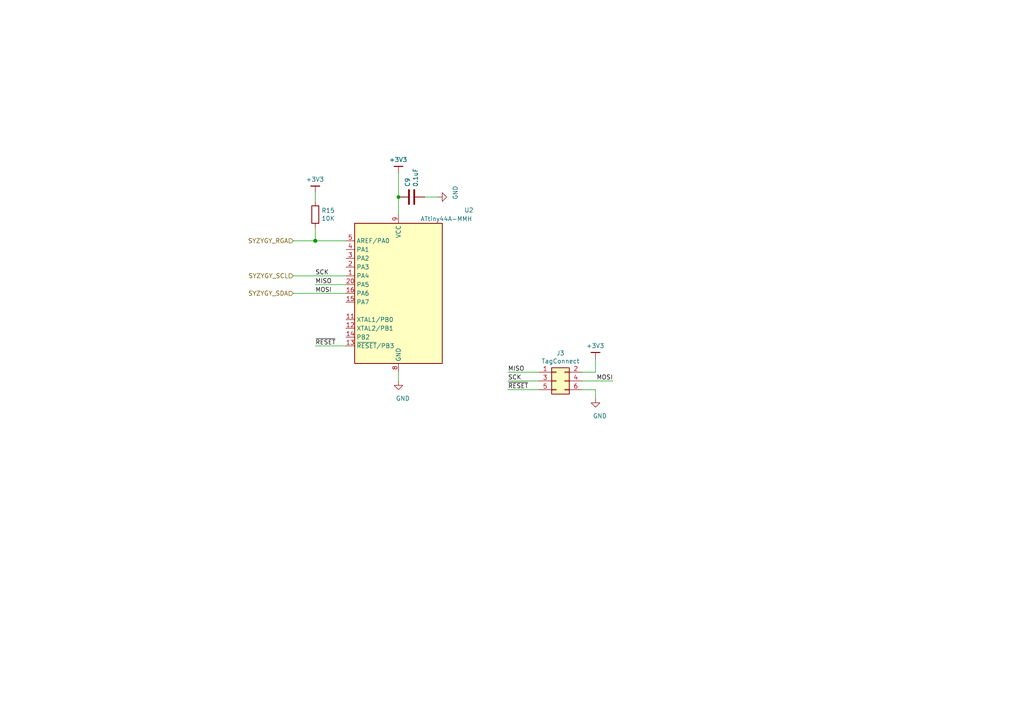
<source format=kicad_sch>
(kicad_sch (version 20230121) (generator eeschema)
  (paper "A4")
  (lib_symbols
    (symbol "Connector_Generic:Conn_02x03_Odd_Even" (pin_names hide)
      (property "Reference" "J" (at 1.27 5.08 0))
      (property "Value" "Conn_02x03_Odd_Even" (at 1.27 -5.08 0))
      (symbol "Conn_02x03_Odd_Even_1_1"
        (rectangle (start -1.27 -2.413) (end 0 -2.667))
        (rectangle (start -1.27 0.127) (end 0 -0.127))
        (rectangle (start -1.27 2.667) (end 0 2.413))
        (rectangle (start -1.27 3.81) (end 3.81 -3.81) (stroke (width 0.254)) (fill (type background)))
        (rectangle (start 3.81 -2.413) (end 2.54 -2.667))
        (rectangle (start 3.81 0.127) (end 2.54 -0.127))
        (rectangle (start 3.81 2.667) (end 2.54 2.413))
        (pin passive line (at -5.08 2.54 0) (length 3.81) (name "Pin_1") (number "1"))
        (pin passive line (at 7.62 2.54 180) (length 3.81) (name "Pin_2") (number "2"))
        (pin passive line (at -5.08 0 0) (length 3.81) (name "Pin_3") (number "3"))
        (pin passive line (at 7.62 0 180) (length 3.81) (name "Pin_4") (number "4"))
        (pin passive line (at -5.08 -2.54 0) (length 3.81) (name "Pin_5") (number "5"))
        (pin passive line (at 7.62 -2.54 180) (length 3.81) (name "Pin_6") (number "6"))
      )
    )
    (symbol "Device:C" (pin_numbers hide) (pin_names (offset 0.254))
      (property "Reference" "C" (at 0.635 2.54 0))
      (property "Value" "C" (at 0.635 -2.54 0))
      (symbol "C_0_1"
        (polyline (pts (xy -2.032 -0.762) (xy 2.032 -0.762)) (stroke (width 0.508)))
        (polyline (pts (xy -2.032 0.762) (xy 2.032 0.762)) (stroke (width 0.508)))
      )
      (symbol "C_1_1"
        (pin passive line (at 0 3.81 270) (length 2.794) (name "~") (number "1"))
        (pin passive line (at 0 -3.81 90) (length 2.794) (name "~") (number "2"))
      )
    )
    (symbol "Device:R" (pin_numbers hide) (pin_names (offset 0))
      (property "Reference" "R" (at 2.032 0 90))
      (property "Value" "R" (at 0 0 90))
      (symbol "R_0_1"
        (rectangle (start -1.016 -2.54) (end 1.016 2.54) (stroke (width 0.254)))
      )
      (symbol "R_1_1"
        (pin passive line (at 0 3.81 270) (length 1.27) (name "~") (number "1"))
        (pin passive line (at 0 -3.81 90) (length 1.27) (name "~") (number "2"))
      )
    )
    (symbol "SyzygyLVDSPod-rescue:ATtiny44A-MMH-MCU_Microchip_ATtiny"
      (property "Reference" "U" (at -12.7 21.59 0))
      (property "Value" "ATtiny44A-MMH-MCU_Microchip_ATtiny" (at 2.54 -21.59 0))
      (symbol "ATtiny44A-MMH-MCU_Microchip_ATtiny_0_1"
        (rectangle (start -12.7 -20.32) (end 12.7 20.32) (stroke (width 0.254)) (fill (type background)))
      )
      (symbol "ATtiny44A-MMH-MCU_Microchip_ATtiny_1_1"
        (pin tri_state line (at 15.24 5.08 180) (length 2.54) (name "PA4") (number "1"))
        (pin no_connect line (at -12.7 -10.16 0) (length 2.54) hide (name "NC") (number "10"))
        (pin tri_state line (at 15.24 -7.62 180) (length 2.54) (name "XTAL1/PB0") (number "11"))
        (pin tri_state line (at 15.24 -10.16 180) (length 2.54) (name "XTAL2/PB1") (number "12"))
        (pin tri_state line (at 15.24 -15.24 180) (length 2.54) (name "~{RESET}/PB3") (number "13"))
        (pin tri_state line (at 15.24 -12.7 180) (length 2.54) (name "PB2") (number "14"))
        (pin tri_state line (at 15.24 -2.54 180) (length 2.54) (name "PA7") (number "15"))
        (pin tri_state line (at 15.24 0 180) (length 2.54) (name "PA6") (number "16"))
        (pin no_connect line (at -12.7 -12.7 0) (length 2.54) hide (name "NC") (number "17"))
        (pin no_connect line (at -12.7 -15.24 0) (length 2.54) hide (name "NC") (number "18"))
        (pin no_connect line (at -12.7 -17.78 0) (length 2.54) hide (name "NC") (number "19"))
        (pin tri_state line (at 15.24 7.62 180) (length 2.54) (name "PA3") (number "2"))
        (pin tri_state line (at 15.24 2.54 180) (length 2.54) (name "PA5") (number "20"))
        (pin passive line (at 0 -22.86 90) (length 2.54) hide (name "GND") (number "21"))
        (pin tri_state line (at 15.24 10.16 180) (length 2.54) (name "PA2") (number "3"))
        (pin tri_state line (at 15.24 12.7 180) (length 2.54) (name "PA1") (number "4"))
        (pin tri_state line (at 15.24 15.24 180) (length 2.54) (name "AREF/PA0") (number "5"))
        (pin no_connect line (at -12.7 -5.08 0) (length 2.54) hide (name "NC") (number "6"))
        (pin no_connect line (at -12.7 -7.62 0) (length 2.54) hide (name "NC") (number "7"))
        (pin power_in line (at 0 -22.86 90) (length 2.54) (name "GND") (number "8"))
        (pin power_in line (at 0 22.86 270) (length 2.54) (name "VCC") (number "9"))
      )
    )
    (symbol "gkl_power:+3V3" (power) (pin_names (offset 0))
      (property "Value" "+3V3" (at 0 3.556 0))
      (symbol "+3V3_0_1"
        (polyline (pts (xy -1.27 1.905) (xy 1.27 1.905)) (stroke (width 0.3048)))
        (polyline (pts (xy 0 0) (xy 0 1.905)))
      )
      (symbol "+3V3_1_1"
        (pin power_in line (at 0 0 90) (length 0) hide (name "+3V3") (number "1"))
      )
    )
    (symbol "power:GND" (power) (pin_names (offset 0))
      (property "Value" "GND" (at 0 -3.81 0))
      (symbol "GND_0_1"
        (polyline (pts (xy 0 0) (xy 0 -1.27) (xy 1.27 -1.27) (xy 0 -2.54) (xy -1.27 -1.27) (xy 0 -1.27)))
      )
      (symbol "GND_1_1"
        (pin power_in line (at 0 0 270) (length 0) hide (name "GND") (number "1"))
      )
    )
  )
  (junction (at 91.44 69.85) (diameter 1.016))
  (junction (at 115.57 57.15))
  (wire (pts (xy 168.91 113.03) (xy 172.72 113.03)))
  (wire (pts (xy 91.44 69.85) (xy 91.44 66.04)))
  (wire (pts (xy 91.44 69.85) (xy 100.33 69.85)))
  (wire (pts (xy 147.32 107.95) (xy 156.21 107.95)))
  (wire (pts (xy 172.72 107.95) (xy 172.72 104.14)))
  (wire (pts (xy 147.32 113.03) (xy 156.21 113.03)))
  (wire (pts (xy 168.91 107.95) (xy 172.72 107.95)))
  (wire (pts (xy 91.44 58.42) (xy 91.44 55.88)))
  (wire (pts (xy 123.19 57.15) (xy 127 57.15)))
  (wire (pts (xy 91.44 100.33) (xy 100.33 100.33)))
  (wire (pts (xy 168.91 110.49) (xy 177.8 110.49)))
  (wire (pts (xy 85.09 80.01) (xy 100.33 80.01)))
  (wire (pts (xy 115.57 50.165) (xy 115.57 57.15)))
  (wire (pts (xy 85.09 69.85) (xy 91.44 69.85)))
  (wire (pts (xy 172.72 115.57) (xy 172.72 113.03)))
  (wire (pts (xy 115.57 57.15) (xy 115.57 62.23)))
  (wire (pts (xy 147.32 110.49) (xy 156.21 110.49)))
  (wire (pts (xy 85.09 85.09) (xy 100.33 85.09)))
  (wire (pts (xy 91.44 82.55) (xy 100.33 82.55)))
  (wire (pts (xy 115.57 107.95) (xy 115.57 110.49)))
  (label "MISO" (at 147.32 107.95 0))
  (label "~{RESET}" (at 147.32 113.03 0))
  (label "MISO" (at 91.44 82.55 0))
  (label "SCK" (at 91.44 80.01 0))
  (label "SCK" (at 147.32 110.49 0))
  (label "~{RESET}" (at 91.44 100.33 0))
  (label "MOSI" (at 91.44 85.09 0))
  (label "MOSI" (at 177.8 110.49 180))
  (hierarchical_label "SYZYGY_RGA" (shape input) (at 85.09 69.85 180))
  (hierarchical_label "SYZYGY_SDA" (shape input) (at 85.09 85.09 180))
  (hierarchical_label "SYZYGY_SCL" (shape input) (at 85.09 80.01 180))
  (symbol (lib_id "gkl_power:+3V3") (at 115.57 50.165 0) (mirror y) (unit 1)
    (property "Reference" "#PWR027" (effects hide))
    (property "Value" "+3V3" (at 115.4938 46.3296 0))
    (instances (project "syzygy-txr-breakout" (path "" (reference "#PWR027") (unit 1))) (project "syzygy-breakout-flash-1V8" (path "" (reference "#PWR012") (unit 1))))
  )
  (symbol (lib_id "Device:R") (at 91.44 62.23 0) (unit 1)
    (property "Reference" "R15" (at 93.218 61.0616 0) (effects (justify left)))
    (property "Value" "10K" (at 93.218 63.373 0) (effects (justify left)))
    (property "Footprint" "Resistor_SMD:R_0603_1608Metric_Pad0.98x0.95mm_HandSolder" (effects hide))
    (property "Mfg" "Stackpole Electronics Inc" (effects hide))
    (property "PN" "RMCF0402FT10K0" (effects hide))
    (instances (project "syzygy-txr-breakout" (path "" (reference "R15") (unit 1))) (project "syzygy-breakout-flash-1V8" (path "" (reference "R1") (unit 1))))
  )
  (symbol (lib_id "power:GND") (at 127 57.15 90) (unit 1)
    (property "Reference" "#PWR0147" (effects hide))
    (property "Value" "GND" (at 132.08 55.88 0))
    (instances (project "syzygy-txr-breakout" (path "" (reference "#PWR0147") (unit 1))) (project "syzygy-breakout-flash-1V8" (path "" (reference "#PWR021") (unit 1)) (path "" (reference "#PWR019") (unit 1))))
  )
  (symbol (lib_id "Connector_Generic:Conn_02x03_Odd_Even") (at 161.29 110.49 0) (unit 1)
    (property "Reference" "J3" (at 162.56 102.4382 0))
    (property "Value" "TagConnect" (at 162.56 104.7496 0))
    (property "Footprint" "pkl_tag_connect:TC2030-NL_SMALL" (effects hide))
    (instances (project "syzygy-txr-breakout" (path "" (reference "J3") (unit 1))) (project "syzygy-breakout-flash-1V8" (path "" (reference "J6") (unit 1))))
  )
  (symbol (lib_id "gkl_power:+3V3") (at 91.44 55.88 0) (mirror y) (unit 1)
    (property "Reference" "#PWR026" (effects hide))
    (property "Value" "+3V3" (at 91.3638 52.0446 0))
    (instances (project "syzygy-txr-breakout" (path "" (reference "#PWR026") (unit 1))) (project "syzygy-breakout-flash-1V8" (path "" (reference "#PWR011") (unit 1))))
  )
  (symbol (lib_id "gkl_power:+3V3") (at 172.72 104.14 0) (mirror y) (unit 1)
    (property "Reference" "#PWR033" (effects hide))
    (property "Value" "+3V3" (at 172.6438 100.3046 0))
    (instances (project "syzygy-txr-breakout" (path "" (reference "#PWR033") (unit 1))) (project "syzygy-breakout-flash-1V8" (path "" (reference "#PWR018") (unit 1))))
  )
  (symbol (lib_id "SyzygyLVDSPod-rescue:ATtiny44A-MMH-MCU_Microchip_ATtiny") (at 115.57 85.09 0) (mirror y) (unit 1)
    (property "Reference" "U2" (at 134.62 60.96 0) (effects (justify right)))
    (property "Value" "ATtiny44A-MMH" (at 121.92 63.5 0) (effects (justify right)))
    (property "Footprint" "Package_DFN_QFN:QFN-20-1EP_3x3mm_P0.45mm_EP1.6x1.6mm" (effects hide))
    (property "Datasheet" "http://ww1.microchip.com/downloads/en/DeviceDoc/doc8183.pdf" (effects hide))
    (property "Mfg" "Microchip Technology" (effects hide))
    (property "PN" "ATTINY44A-MMH" (effects hide))
  )
  (symbol (lib_id "power:GND") (at 172.72 115.57 0) (unit 1)
    (property "Reference" "#PWR0147" (effects hide))
    (property "Value" "GND" (at 173.99 120.65 0))
    (instances (project "syzygy-txr-breakout" (path "" (reference "#PWR0147") (unit 1))) (project "syzygy-breakout-flash-1V8" (path "" (reference "#PWR021") (unit 1)) (path "" (reference "#PWR05") (unit 1))))
  )
  (symbol (lib_id "power:GND") (at 115.57 110.49 0) (unit 1)
    (property "Reference" "#PWR0147" (effects hide))
    (property "Value" "GND" (at 116.84 115.57 0))
    (instances (project "syzygy-txr-breakout" (path "" (reference "#PWR0147") (unit 1))) (project "syzygy-breakout-flash-1V8" (path "" (reference "#PWR021") (unit 1)) (path "" (reference "#PWR013") (unit 1))))
  )
  (symbol (lib_id "Device:C") (at 119.38 57.15 90) (unit 1)
    (property "Reference" "C9" (at 118.2116 54.229 0) (effects (justify left)))
    (property "Value" "0.1uF" (at 120.523 54.229 0) (effects (justify left)))
    (property "Footprint" "Capacitor_SMD:C_0603_1608Metric_Pad1.08x0.95mm_HandSolder" (effects hide))
    (property "PN" "CL05B104KP5NNNC" (effects hide))
    (property "Mfg" "Samsung Electro-Mechanics" (effects hide))
    (instances (project "syzygy-txr-breakout" (path "" (reference "C9") (unit 1))) (project "syzygy-breakout-flash-1V8" (path "" (reference "C3") (unit 1))))
  )
)
</source>
